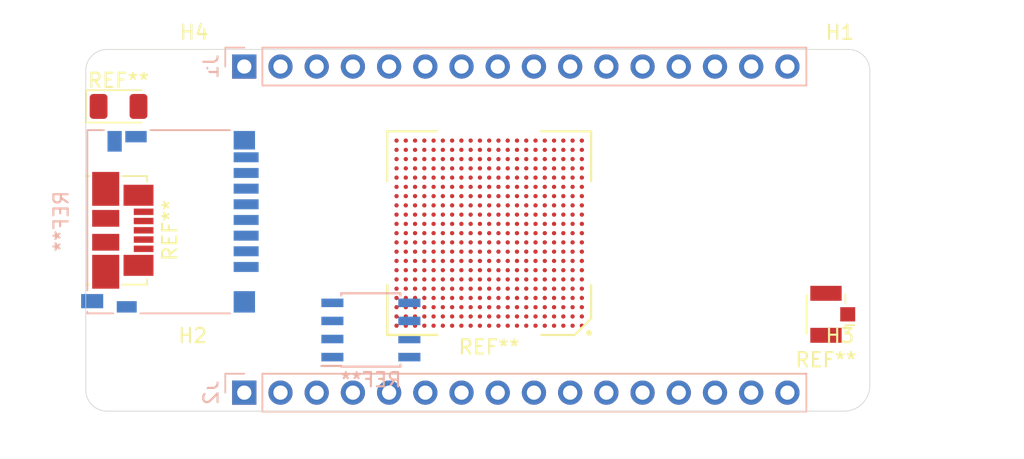
<source format=kicad_pcb>
(kicad_pcb (version 20171130) (host pcbnew 6.0.0-rc1-unknown-r14391-f2ccad39)
  (layers (0 F.Cu signal) (31 B.Cu signal) (34 B.Paste user) (35 F.Paste user) (36 B.SilkS user) (37 F.SilkS user) (38 B.Mask user) (39 F.Mask user) (44 Edge.Cuts user))
  (net 0 "")
  (net 1 "Net-(J1-Pad1)")
  (net 2 "Net-(J1-Pad2)")
  (net 3 "Net-(J1-Pad3)")
  (net 4 "Net-(J1-Pad4)")
  (net 5 "Net-(J1-Pad5)")
  (net 6 "Net-(J1-Pad6)")
  (net 7 "Net-(J1-Pad7)")
  (net 8 "Net-(J1-Pad8)")
  (net 9 "Net-(J1-Pad9)")
  (net 10 "Net-(J1-Pad10)")
  (net 11 "Net-(J1-Pad11)")
  (net 12 "Net-(J1-Pad12)")
  (net 13 "Net-(J1-Pad13)")
  (net 14 "Net-(J1-Pad14)")
  (net 15 "Net-(J1-Pad15)")
  (net 16 "Net-(J1-Pad16)")
  (net 17 "Net-(J2-Pad16)")
  (net 18 "Net-(J2-Pad15)")
  (net 19 "Net-(J2-Pad14)")
  (net 20 "Net-(J2-Pad13)")
  (net 21 "Net-(J2-Pad12)")
  (net 22 "Net-(J2-Pad11)")
  (net 23 "Net-(J2-Pad10)")
  (net 24 "Net-(J2-Pad9)")
  (net 25 "Net-(J2-Pad8)")
  (net 26 "Net-(J2-Pad7)")
  (net 27 "Net-(J2-Pad6)")
  (net 28 "Net-(J2-Pad5)")
  (net 29 "Net-(J2-Pad4)")
  (net 30 "Net-(J2-Pad3)")
  (net 31 "Net-(J2-Pad2)")
  (net 32 "Net-(J2-Pad1)")
  (module Package_BGA:BGA-347_21x21_14.0x14.0mm (layer F.Cu) (at 37.7 22.8 180)
    (fp_text reference REF** (at 0 -8 180) (layer F.SilkS))
    (fp_text value BGA-347_21x21_14.0x14.0mm)
    (pad AA21 smd circle (at 6.5 6.5 180) (size 0.3 0.3) (layers F.Cu F.Paste F.Mask))
    (pad Y21 smd circle (at 6.5 5.85 180) (size 0.3 0.3) (layers F.Cu F.Paste F.Mask))
    (pad W21 smd circle (at 6.5 5.2 180) (size 0.3 0.3) (layers F.Cu F.Paste F.Mask))
    (pad V21 smd circle (at 6.5 4.55 180) (size 0.3 0.3) (layers F.Cu F.Paste F.Mask))
    (pad U21 smd circle (at 6.5 3.9 180) (size 0.3 0.3) (layers F.Cu F.Paste F.Mask))
    (pad T21 smd circle (at 6.5 3.25 180) (size 0.3 0.3) (layers F.Cu F.Paste F.Mask))
    (pad R21 smd circle (at 6.5 2.6 180) (size 0.3 0.3) (layers F.Cu F.Paste F.Mask))
    (pad P21 smd circle (at 6.5 1.95 180) (size 0.3 0.3) (layers F.Cu F.Paste F.Mask))
    (pad N21 smd circle (at 6.5 1.3 180) (size 0.3 0.3) (layers F.Cu F.Paste F.Mask))
    (pad M21 smd circle (at 6.5 0.65 180) (size 0.3 0.3) (layers F.Cu F.Paste F.Mask))
    (pad L21 smd circle (at 6.5 0 180) (size 0.3 0.3) (layers F.Cu F.Paste F.Mask))
    (pad K21 smd circle (at 6.5 -0.65 180) (size 0.3 0.3) (layers F.Cu F.Paste F.Mask))
    (pad J21 smd circle (at 6.5 -1.3 180) (size 0.3 0.3) (layers F.Cu F.Paste F.Mask))
    (pad H21 smd circle (at 6.5 -1.95 180) (size 0.3 0.3) (layers F.Cu F.Paste F.Mask))
    (pad G21 smd circle (at 6.5 -2.6 180) (size 0.3 0.3) (layers F.Cu F.Paste F.Mask))
    (pad F21 smd circle (at 6.5 -3.25 180) (size 0.3 0.3) (layers F.Cu F.Paste F.Mask))
    (pad E21 smd circle (at 6.5 -3.9 180) (size 0.3 0.3) (layers F.Cu F.Paste F.Mask))
    (pad D21 smd circle (at 6.5 -4.55 180) (size 0.3 0.3) (layers F.Cu F.Paste F.Mask))
    (pad C21 smd circle (at 6.5 -5.2 180) (size 0.3 0.3) (layers F.Cu F.Paste F.Mask))
    (pad B21 smd circle (at 6.5 -5.85 180) (size 0.3 0.3) (layers F.Cu F.Paste F.Mask))
    (pad A21 smd circle (at 6.5 -6.5 180) (size 0.3 0.3) (layers F.Cu F.Paste F.Mask))
    (pad AA20 smd circle (at 5.85 6.5 180) (size 0.3 0.3) (layers F.Cu F.Paste F.Mask))
    (pad Y20 smd circle (at 5.85 5.85 180) (size 0.3 0.3) (layers F.Cu F.Paste F.Mask))
    (pad W20 smd circle (at 5.85 5.2 180) (size 0.3 0.3) (layers F.Cu F.Paste F.Mask))
    (pad V20 smd circle (at 5.85 4.55 180) (size 0.3 0.3) (layers F.Cu F.Paste F.Mask))
    (pad U20 smd circle (at 5.85 3.9 180) (size 0.3 0.3) (layers F.Cu F.Paste F.Mask))
    (pad T20 smd circle (at 5.85 3.25 180) (size 0.3 0.3) (layers F.Cu F.Paste F.Mask))
    (pad R20 smd circle (at 5.85 2.6 180) (size 0.3 0.3) (layers F.Cu F.Paste F.Mask))
    (pad P20 smd circle (at 5.85 1.95 180) (size 0.3 0.3) (layers F.Cu F.Paste F.Mask))
    (pad N20 smd circle (at 5.85 1.3 180) (size 0.3 0.3) (layers F.Cu F.Paste F.Mask))
    (pad M20 smd circle (at 5.85 0.65 180) (size 0.3 0.3) (layers F.Cu F.Paste F.Mask))
    (pad L20 smd circle (at 5.85 0 180) (size 0.3 0.3) (layers F.Cu F.Paste F.Mask))
    (pad K20 smd circle (at 5.85 -0.65 180) (size 0.3 0.3) (layers F.Cu F.Paste F.Mask))
    (pad J20 smd circle (at 5.85 -1.3 180) (size 0.3 0.3) (layers F.Cu F.Paste F.Mask))
    (pad H20 smd circle (at 5.85 -1.95 180) (size 0.3 0.3) (layers F.Cu F.Paste F.Mask))
    (pad G20 smd circle (at 5.85 -2.6 180) (size 0.3 0.3) (layers F.Cu F.Paste F.Mask))
    (pad F20 smd circle (at 5.85 -3.25 180) (size 0.3 0.3) (layers F.Cu F.Paste F.Mask))
    (pad E20 smd circle (at 5.85 -3.9 180) (size 0.3 0.3) (layers F.Cu F.Paste F.Mask))
    (pad D20 smd circle (at 5.85 -4.55 180) (size 0.3 0.3) (layers F.Cu F.Paste F.Mask))
    (pad C20 smd circle (at 5.85 -5.2 180) (size 0.3 0.3) (layers F.Cu F.Paste F.Mask))
    (pad B20 smd circle (at 5.85 -5.85 180) (size 0.3 0.3) (layers F.Cu F.Paste F.Mask))
    (pad A20 smd circle (at 5.85 -6.5 180) (size 0.3 0.3) (layers F.Cu F.Paste F.Mask))
    (pad AA19 smd circle (at 5.2 6.5 180) (size 0.3 0.3) (layers F.Cu F.Paste F.Mask))
    (pad Y19 smd circle (at 5.2 5.85 180) (size 0.3 0.3) (layers F.Cu F.Paste F.Mask))
    (pad W19 smd circle (at 5.2 5.2 180) (size 0.3 0.3) (layers F.Cu F.Paste F.Mask))
    (pad V19 smd circle (at 5.2 4.55 180) (size 0.3 0.3) (layers F.Cu F.Paste F.Mask))
    (pad U19 smd circle (at 5.2 3.9 180) (size 0.3 0.3) (layers F.Cu F.Paste F.Mask))
    (pad T19 smd circle (at 5.2 3.25 180) (size 0.3 0.3) (layers F.Cu F.Paste F.Mask))
    (pad R19 smd circle (at 5.2 2.6 180) (size 0.3 0.3) (layers F.Cu F.Paste F.Mask))
    (pad P19 smd circle (at 5.2 1.95 180) (size 0.3 0.3) (layers F.Cu F.Paste F.Mask))
    (pad N19 smd circle (at 5.2 1.3 180) (size 0.3 0.3) (layers F.Cu F.Paste F.Mask))
    (pad M19 smd circle (at 5.2 0.65 180) (size 0.3 0.3) (layers F.Cu F.Paste F.Mask))
    (pad L19 smd circle (at 5.2 0 180) (size 0.3 0.3) (layers F.Cu F.Paste F.Mask))
    (pad K19 smd circle (at 5.2 -0.65 180) (size 0.3 0.3) (layers F.Cu F.Paste F.Mask))
    (pad J19 smd circle (at 5.2 -1.3 180) (size 0.3 0.3) (layers F.Cu F.Paste F.Mask))
    (pad H19 smd circle (at 5.2 -1.95 180) (size 0.3 0.3) (layers F.Cu F.Paste F.Mask))
    (pad G19 smd circle (at 5.2 -2.6 180) (size 0.3 0.3) (layers F.Cu F.Paste F.Mask))
    (pad F19 smd circle (at 5.2 -3.25 180) (size 0.3 0.3) (layers F.Cu F.Paste F.Mask))
    (pad E19 smd circle (at 5.2 -3.9 180) (size 0.3 0.3) (layers F.Cu F.Paste F.Mask))
    (pad D19 smd circle (at 5.2 -4.55 180) (size 0.3 0.3) (layers F.Cu F.Paste F.Mask))
    (pad C19 smd circle (at 5.2 -5.2 180) (size 0.3 0.3) (layers F.Cu F.Paste F.Mask))
    (pad B19 smd circle (at 5.2 -5.85 180) (size 0.3 0.3) (layers F.Cu F.Paste F.Mask))
    (pad A19 smd circle (at 5.2 -6.5 180) (size 0.3 0.3) (layers F.Cu F.Paste F.Mask))
    (pad AA18 smd circle (at 4.55 6.5 180) (size 0.3 0.3) (layers F.Cu F.Paste F.Mask))
    (pad Y18 smd circle (at 4.55 5.85 180) (size 0.3 0.3) (layers F.Cu F.Paste F.Mask))
    (pad W18 smd circle (at 4.55 5.2 180) (size 0.3 0.3) (layers F.Cu F.Paste F.Mask))
    (pad V18 smd circle (at 4.55 4.55 180) (size 0.3 0.3) (layers F.Cu F.Paste F.Mask))
    (pad U18 smd circle (at 4.55 3.9 180) (size 0.3 0.3) (layers F.Cu F.Paste F.Mask))
    (pad T18 smd circle (at 4.55 3.25 180) (size 0.3 0.3) (layers F.Cu F.Paste F.Mask))
    (pad R18 smd circle (at 4.55 2.6 180) (size 0.3 0.3) (layers F.Cu F.Paste F.Mask))
    (pad P18 smd circle (at 4.55 1.95 180) (size 0.3 0.3) (layers F.Cu F.Paste F.Mask))
    (pad N18 smd circle (at 4.55 1.3 180) (size 0.3 0.3) (layers F.Cu F.Paste F.Mask))
    (pad M18 smd circle (at 4.55 0.65 180) (size 0.3 0.3) (layers F.Cu F.Paste F.Mask))
    (pad L18 smd circle (at 4.55 0 180) (size 0.3 0.3) (layers F.Cu F.Paste F.Mask))
    (pad K18 smd circle (at 4.55 -0.65 180) (size 0.3 0.3) (layers F.Cu F.Paste F.Mask))
    (pad J18 smd circle (at 4.55 -1.3 180) (size 0.3 0.3) (layers F.Cu F.Paste F.Mask))
    (pad H18 smd circle (at 4.55 -1.95 180) (size 0.3 0.3) (layers F.Cu F.Paste F.Mask))
    (pad G18 smd circle (at 4.55 -2.6 180) (size 0.3 0.3) (layers F.Cu F.Paste F.Mask))
    (pad F18 smd circle (at 4.55 -3.25 180) (size 0.3 0.3) (layers F.Cu F.Paste F.Mask))
    (pad E18 smd circle (at 4.55 -3.9 180) (size 0.3 0.3) (layers F.Cu F.Paste F.Mask))
    (pad D18 smd circle (at 4.55 -4.55 180) (size 0.3 0.3) (layers F.Cu F.Paste F.Mask))
    (pad C18 smd circle (at 4.55 -5.2 180) (size 0.3 0.3) (layers F.Cu F.Paste F.Mask))
    (pad B18 smd circle (at 4.55 -5.85 180) (size 0.3 0.3) (layers F.Cu F.Paste F.Mask))
    (pad A18 smd circle (at 4.55 -6.5 180) (size 0.3 0.3) (layers F.Cu F.Paste F.Mask))
    (pad AA17 smd circle (at 3.9 6.5 180) (size 0.3 0.3) (layers F.Cu F.Paste F.Mask))
    (pad Y17 smd circle (at 3.9 5.85 180) (size 0.3 0.3) (layers F.Cu F.Paste F.Mask))
    (pad W17 smd circle (at 3.9 5.2 180) (size 0.3 0.3) (layers F.Cu F.Paste F.Mask))
    (pad V17 smd circle (at 3.9 4.55 180) (size 0.3 0.3) (layers F.Cu F.Paste F.Mask))
    (pad U17 smd circle (at 3.9 3.9 180) (size 0.3 0.3) (layers F.Cu F.Paste F.Mask))
    (pad T17 smd circle (at 3.9 3.25 180) (size 0.3 0.3) (layers F.Cu F.Paste F.Mask))
    (pad R17 smd circle (at 3.9 2.6 180) (size 0.3 0.3) (layers F.Cu F.Paste F.Mask))
    (pad P17 smd circle (at 3.9 1.95 180) (size 0.3 0.3) (layers F.Cu F.Paste F.Mask))
    (pad N17 smd circle (at 3.9 1.3 180) (size 0.3 0.3) (layers F.Cu F.Paste F.Mask))
    (pad M17 smd circle (at 3.9 0.65 180) (size 0.3 0.3) (layers F.Cu F.Paste F.Mask))
    (pad L17 smd circle (at 3.9 0 180) (size 0.3 0.3) (layers F.Cu F.Paste F.Mask))
    (pad K17 smd circle (at 3.9 -0.65 180) (size 0.3 0.3) (layers F.Cu F.Paste F.Mask))
    (pad J17 smd circle (at 3.9 -1.3 180) (size 0.3 0.3) (layers F.Cu F.Paste F.Mask))
    (pad H17 smd circle (at 3.9 -1.95 180) (size 0.3 0.3) (layers F.Cu F.Paste F.Mask))
    (pad G17 smd circle (at 3.9 -2.6 180) (size 0.3 0.3) (layers F.Cu F.Paste F.Mask))
    (pad F17 smd circle (at 3.9 -3.25 180) (size 0.3 0.3) (layers F.Cu F.Paste F.Mask))
    (pad E17 smd circle (at 3.9 -3.9 180) (size 0.3 0.3) (layers F.Cu F.Paste F.Mask))
    (pad D17 smd circle (at 3.9 -4.55 180) (size 0.3 0.3) (layers F.Cu F.Paste F.Mask))
    (pad C17 smd circle (at 3.9 -5.2 180) (size 0.3 0.3) (layers F.Cu F.Paste F.Mask))
    (pad B17 smd circle (at 3.9 -5.85 180) (size 0.3 0.3) (layers F.Cu F.Paste F.Mask))
    (pad A17 smd circle (at 3.9 -6.5 180) (size 0.3 0.3) (layers F.Cu F.Paste F.Mask))
    (pad AA16 smd circle (at 3.25 6.5 180) (size 0.3 0.3) (layers F.Cu F.Paste F.Mask))
    (pad Y16 smd circle (at 3.25 5.85 180) (size 0.3 0.3) (layers F.Cu F.Paste F.Mask))
    (pad W16 smd circle (at 3.25 5.2 180) (size 0.3 0.3) (layers F.Cu F.Paste F.Mask))
    (pad V16 smd circle (at 3.25 4.55 180) (size 0.3 0.3) (layers F.Cu F.Paste F.Mask))
    (pad U16 smd circle (at 3.25 3.9 180) (size 0.3 0.3) (layers F.Cu F.Paste F.Mask))
    (pad T16 smd circle (at 3.25 3.25 180) (size 0.3 0.3) (layers F.Cu F.Paste F.Mask))
    (pad R16 smd circle (at 3.25 2.6 180) (size 0.3 0.3) (layers F.Cu F.Paste F.Mask))
    (pad P16 smd circle (at 3.25 1.95 180) (size 0.3 0.3) (layers F.Cu F.Paste F.Mask))
    (pad N16 smd circle (at 3.25 1.3 180) (size 0.3 0.3) (layers F.Cu F.Paste F.Mask))
    (pad M16 smd circle (at 3.25 0.65 180) (size 0.3 0.3) (layers F.Cu F.Paste F.Mask))
    (pad L16 smd circle (at 3.25 0 180) (size 0.3 0.3) (layers F.Cu F.Paste F.Mask))
    (pad K16 smd circle (at 3.25 -0.65 180) (size 0.3 0.3) (layers F.Cu F.Paste F.Mask))
    (pad J16 smd circle (at 3.25 -1.3 180) (size 0.3 0.3) (layers F.Cu F.Paste F.Mask))
    (pad H16 smd circle (at 3.25 -1.95 180) (size 0.3 0.3) (layers F.Cu F.Paste F.Mask))
    (pad G16 smd circle (at 3.25 -2.6 180) (size 0.3 0.3) (layers F.Cu F.Paste F.Mask))
    (pad F16 smd circle (at 3.25 -3.25 180) (size 0.3 0.3) (layers F.Cu F.Paste F.Mask))
    (pad E16 smd circle (at 3.25 -3.9 180) (size 0.3 0.3) (layers F.Cu F.Paste F.Mask))
    (pad D16 smd circle (at 3.25 -4.55 180) (size 0.3 0.3) (layers F.Cu F.Paste F.Mask))
    (pad C16 smd circle (at 3.25 -5.2 180) (size 0.3 0.3) (layers F.Cu F.Paste F.Mask))
    (pad B16 smd circle (at 3.25 -5.85 180) (size 0.3 0.3) (layers F.Cu F.Paste F.Mask))
    (pad A16 smd circle (at 3.25 -6.5 180) (size 0.3 0.3) (layers F.Cu F.Paste F.Mask))
    (pad AA15 smd circle (at 2.6 6.5 180) (size 0.3 0.3) (layers F.Cu F.Paste F.Mask))
    (pad Y15 smd circle (at 2.6 5.85 180) (size 0.3 0.3) (layers F.Cu F.Paste F.Mask))
    (pad W15 smd circle (at 2.6 5.2 180) (size 0.3 0.3) (layers F.Cu F.Paste F.Mask))
    (pad V15 smd circle (at 2.6 4.55 180) (size 0.3 0.3) (layers F.Cu F.Paste F.Mask))
    (pad U15 smd circle (at 2.6 3.9 180) (size 0.3 0.3) (layers F.Cu F.Paste F.Mask))
    (pad T15 smd circle (at 2.6 3.25 180) (size 0.3 0.3) (layers F.Cu F.Paste F.Mask))
    (pad R15 smd circle (at 2.6 2.6 180) (size 0.3 0.3) (layers F.Cu F.Paste F.Mask))
    (pad P15 smd circle (at 2.6 1.95 180) (size 0.3 0.3) (layers F.Cu F.Paste F.Mask))
    (pad N15 smd circle (at 2.6 1.3 180) (size 0.3 0.3) (layers F.Cu F.Paste F.Mask))
    (pad M15 smd circle (at 2.6 0.65 180) (size 0.3 0.3) (layers F.Cu F.Paste F.Mask))
    (pad L15 smd circle (at 2.6 0 180) (size 0.3 0.3) (layers F.Cu F.Paste F.Mask))
    (pad K15 smd circle (at 2.6 -0.65 180) (size 0.3 0.3) (layers F.Cu F.Paste F.Mask))
    (pad J15 smd circle (at 2.6 -1.3 180) (size 0.3 0.3) (layers F.Cu F.Paste F.Mask))
    (pad H15 smd circle (at 2.6 -1.95 180) (size 0.3 0.3) (layers F.Cu F.Paste F.Mask))
    (pad G15 smd circle (at 2.6 -2.6 180) (size 0.3 0.3) (layers F.Cu F.Paste F.Mask))
    (pad F15 smd circle (at 2.6 -3.25 180) (size 0.3 0.3) (layers F.Cu F.Paste F.Mask))
    (pad E15 smd circle (at 2.6 -3.9 180) (size 0.3 0.3) (layers F.Cu F.Paste F.Mask))
    (pad D15 smd circle (at 2.6 -4.55 180) (size 0.3 0.3) (layers F.Cu F.Paste F.Mask))
    (pad C15 smd circle (at 2.6 -5.2 180) (size 0.3 0.3) (layers F.Cu F.Paste F.Mask))
    (pad B15 smd circle (at 2.6 -5.85 180) (size 0.3 0.3) (layers F.Cu F.Paste F.Mask))
    (pad A15 smd circle (at 2.6 -6.5 180) (size 0.3 0.3) (layers F.Cu F.Paste F.Mask))
    (pad AA14 smd circle (at 1.95 6.5 180) (size 0.3 0.3) (layers F.Cu F.Paste F.Mask))
    (pad Y14 smd circle (at 1.95 5.85 180) (size 0.3 0.3) (layers F.Cu F.Paste F.Mask))
    (pad W14 smd circle (at 1.95 5.2 180) (size 0.3 0.3) (layers F.Cu F.Paste F.Mask))
    (pad V14 smd circle (at 1.95 4.55 180) (size 0.3 0.3) (layers F.Cu F.Paste F.Mask))
    (pad U14 smd circle (at 1.95 3.9 180) (size 0.3 0.3) (layers F.Cu F.Paste F.Mask))
    (pad T14 smd circle (at 1.95 3.25 180) (size 0.3 0.3) (layers F.Cu F.Paste F.Mask))
    (pad R14 smd circle (at 1.95 2.6 180) (size 0.3 0.3) (layers F.Cu F.Paste F.Mask))
    (pad P14 smd circle (at 1.95 1.95 180) (size 0.3 0.3) (layers F.Cu F.Paste F.Mask))
    (pad N14 smd circle (at 1.95 1.3 180) (size 0.3 0.3) (layers F.Cu F.Paste F.Mask))
    (pad M14 smd circle (at 1.95 0.65 180) (size 0.3 0.3) (layers F.Cu F.Paste F.Mask))
    (pad L14 smd circle (at 1.95 0 180) (size 0.3 0.3) (layers F.Cu F.Paste F.Mask))
    (pad K14 smd circle (at 1.95 -0.65 180) (size 0.3 0.3) (layers F.Cu F.Paste F.Mask))
    (pad J14 smd circle (at 1.95 -1.3 180) (size 0.3 0.3) (layers F.Cu F.Paste F.Mask))
    (pad H14 smd circle (at 1.95 -1.95 180) (size 0.3 0.3) (layers F.Cu F.Paste F.Mask))
    (pad G14 smd circle (at 1.95 -2.6 180) (size 0.3 0.3) (layers F.Cu F.Paste F.Mask))
    (pad F14 smd circle (at 1.95 -3.25 180) (size 0.3 0.3) (layers F.Cu F.Paste F.Mask))
    (pad E14 smd circle (at 1.95 -3.9 180) (size 0.3 0.3) (layers F.Cu F.Paste F.Mask))
    (pad D14 smd circle (at 1.95 -4.55 180) (size 0.3 0.3) (layers F.Cu F.Paste F.Mask))
    (pad C14 smd circle (at 1.95 -5.2 180) (size 0.3 0.3) (layers F.Cu F.Paste F.Mask))
    (pad B14 smd circle (at 1.95 -5.85 180) (size 0.3 0.3) (layers F.Cu F.Paste F.Mask))
    (pad A14 smd circle (at 1.95 -6.5 180) (size 0.3 0.3) (layers F.Cu F.Paste F.Mask))
    (pad AA13 smd circle (at 1.3 6.5 180) (size 0.3 0.3) (layers F.Cu F.Paste F.Mask))
    (pad Y13 smd circle (at 1.3 5.85 180) (size 0.3 0.3) (layers F.Cu F.Paste F.Mask))
    (pad W13 smd circle (at 1.3 5.2 180) (size 0.3 0.3) (layers F.Cu F.Paste F.Mask))
    (pad V13 smd circle (at 1.3 4.55 180) (size 0.3 0.3) (layers F.Cu F.Paste F.Mask))
    (pad U13 smd circle (at 1.3 3.9 180) (size 0.3 0.3) (layers F.Cu F.Paste F.Mask))
    (pad T13 smd circle (at 1.3 3.25 180) (size 0.3 0.3) (layers F.Cu F.Paste F.Mask))
    (pad R13 smd circle (at 1.3 2.6 180) (size 0.3 0.3) (layers F.Cu F.Paste F.Mask))
    (pad P13 smd circle (at 1.3 1.95 180) (size 0.3 0.3) (layers F.Cu F.Paste F.Mask))
    (pad N13 smd circle (at 1.3 1.3 180) (size 0.3 0.3) (layers F.Cu F.Paste F.Mask))
    (pad M13 smd circle (at 1.3 0.65 180) (size 0.3 0.3) (layers F.Cu F.Paste F.Mask))
    (pad L13 smd circle (at 1.3 0 180) (size 0.3 0.3) (layers F.Cu F.Paste F.Mask))
    (pad K13 smd circle (at 1.3 -0.65 180) (size 0.3 0.3) (layers F.Cu F.Paste F.Mask))
    (pad J13 smd circle (at 1.3 -1.3 180) (size 0.3 0.3) (layers F.Cu F.Paste F.Mask))
    (pad H13 smd circle (at 1.3 -1.95 180) (size 0.3 0.3) (layers F.Cu F.Paste F.Mask))
    (pad G13 smd circle (at 1.3 -2.6 180) (size 0.3 0.3) (layers F.Cu F.Paste F.Mask))
    (pad F13 smd circle (at 1.3 -3.25 180) (size 0.3 0.3) (layers F.Cu F.Paste F.Mask))
    (pad E13 smd circle (at 1.3 -3.9 180) (size 0.3 0.3) (layers F.Cu F.Paste F.Mask))
    (pad D13 smd circle (at 1.3 -4.55 180) (size 0.3 0.3) (layers F.Cu F.Paste F.Mask))
    (pad C13 smd circle (at 1.3 -5.2 180) (size 0.3 0.3) (layers F.Cu F.Paste F.Mask))
    (pad B13 smd circle (at 1.3 -5.85 180) (size 0.3 0.3) (layers F.Cu F.Paste F.Mask))
    (pad A13 smd circle (at 1.3 -6.5 180) (size 0.3 0.3) (layers F.Cu F.Paste F.Mask))
    (pad AA12 smd circle (at 0.65 6.5 180) (size 0.3 0.3) (layers F.Cu F.Paste F.Mask))
    (pad Y12 smd circle (at 0.65 5.85 180) (size 0.3 0.3) (layers F.Cu F.Paste F.Mask))
    (pad W12 smd circle (at 0.65 5.2 180) (size 0.3 0.3) (layers F.Cu F.Paste F.Mask))
    (pad V12 smd circle (at 0.65 4.55 180) (size 0.3 0.3) (layers F.Cu F.Paste F.Mask))
    (pad U12 smd circle (at 0.65 3.9 180) (size 0.3 0.3) (layers F.Cu F.Paste F.Mask))
    (pad T12 smd circle (at 0.65 3.25 180) (size 0.3 0.3) (layers F.Cu F.Paste F.Mask))
    (pad R12 smd circle (at 0.65 2.6 180) (size 0.3 0.3) (layers F.Cu F.Paste F.Mask))
    (pad P12 smd circle (at 0.65 1.95 180) (size 0.3 0.3) (layers F.Cu F.Paste F.Mask))
    (pad N12 smd circle (at 0.65 1.3 180) (size 0.3 0.3) (layers F.Cu F.Paste F.Mask))
    (pad M12 smd circle (at 0.65 0.65 180) (size 0.3 0.3) (layers F.Cu F.Paste F.Mask))
    (pad L12 smd circle (at 0.65 0 180) (size 0.3 0.3) (layers F.Cu F.Paste F.Mask))
    (pad K12 smd circle (at 0.65 -0.65 180) (size 0.3 0.3) (layers F.Cu F.Paste F.Mask))
    (pad J12 smd circle (at 0.65 -1.3 180) (size 0.3 0.3) (layers F.Cu F.Paste F.Mask))
    (pad H12 smd circle (at 0.65 -1.95 180) (size 0.3 0.3) (layers F.Cu F.Paste F.Mask))
    (pad G12 smd circle (at 0.65 -2.6 180) (size 0.3 0.3) (layers F.Cu F.Paste F.Mask))
    (pad F12 smd circle (at 0.65 -3.25 180) (size 0.3 0.3) (layers F.Cu F.Paste F.Mask))
    (pad E12 smd circle (at 0.65 -3.9 180) (size 0.3 0.3) (layers F.Cu F.Paste F.Mask))
    (pad D12 smd circle (at 0.65 -4.55 180) (size 0.3 0.3) (layers F.Cu F.Paste F.Mask))
    (pad C12 smd circle (at 0.65 -5.2 180) (size 0.3 0.3) (layers F.Cu F.Paste F.Mask))
    (pad B12 smd circle (at 0.65 -5.85 180) (size 0.3 0.3) (layers F.Cu F.Paste F.Mask))
    (pad A12 smd circle (at 0.65 -6.5 180) (size 0.3 0.3) (layers F.Cu F.Paste F.Mask))
    (pad AA11 smd circle (at 0 6.5 180) (size 0.3 0.3) (layers F.Cu F.Paste F.Mask))
    (pad Y11 smd circle (at 0 5.85 180) (size 0.3 0.3) (layers F.Cu F.Paste F.Mask))
    (pad W11 smd circle (at 0 5.2 180) (size 0.3 0.3) (layers F.Cu F.Paste F.Mask))
    (pad V11 smd circle (at 0 4.55 180) (size 0.3 0.3) (layers F.Cu F.Paste F.Mask))
    (pad U11 smd circle (at 0 3.9 180) (size 0.3 0.3) (layers F.Cu F.Paste F.Mask))
    (pad T11 smd circle (at 0 3.25 180) (size 0.3 0.3) (layers F.Cu F.Paste F.Mask))
    (pad R11 smd circle (at 0 2.6 180) (size 0.3 0.3) (layers F.Cu F.Paste F.Mask))
    (pad P11 smd circle (at 0 1.95 180) (size 0.3 0.3) (layers F.Cu F.Paste F.Mask))
    (pad N11 smd circle (at 0 1.3 180) (size 0.3 0.3) (layers F.Cu F.Paste F.Mask))
    (pad M11 smd circle (at 0 0.65 180) (size 0.3 0.3) (layers F.Cu F.Paste F.Mask))
    (pad L11 smd circle (at 0 0 180) (size 0.3 0.3) (layers F.Cu F.Paste F.Mask))
    (pad K11 smd circle (at 0 -0.65 180) (size 0.3 0.3) (layers F.Cu F.Paste F.Mask))
    (pad J11 smd circle (at 0 -1.3 180) (size 0.3 0.3) (layers F.Cu F.Paste F.Mask))
    (pad H11 smd circle (at 0 -1.95 180) (size 0.3 0.3) (layers F.Cu F.Paste F.Mask))
    (pad G11 smd circle (at 0 -2.6 180) (size 0.3 0.3) (layers F.Cu F.Paste F.Mask))
    (pad F11 smd circle (at 0 -3.25 180) (size 0.3 0.3) (layers F.Cu F.Paste F.Mask))
    (pad E11 smd circle (at 0 -3.9 180) (size 0.3 0.3) (layers F.Cu F.Paste F.Mask))
    (pad D11 smd circle (at 0 -4.55 180) (size 0.3 0.3) (layers F.Cu F.Paste F.Mask))
    (pad C11 smd circle (at 0 -5.2 180) (size 0.3 0.3) (layers F.Cu F.Paste F.Mask))
    (pad B11 smd circle (at 0 -5.85 180) (size 0.3 0.3) (layers F.Cu F.Paste F.Mask))
    (pad A11 smd circle (at 0 -6.5 180) (size 0.3 0.3) (layers F.Cu F.Paste F.Mask))
    (pad AA10 smd circle (at -0.65 6.5 180) (size 0.3 0.3) (layers F.Cu F.Paste F.Mask))
    (pad Y10 smd circle (at -0.65 5.85 180) (size 0.3 0.3) (layers F.Cu F.Paste F.Mask))
    (pad W10 smd circle (at -0.65 5.2 180) (size 0.3 0.3) (layers F.Cu F.Paste F.Mask))
    (pad V10 smd circle (at -0.65 4.55 180) (size 0.3 0.3) (layers F.Cu F.Paste F.Mask))
    (pad U10 smd circle (at -0.65 3.9 180) (size 0.3 0.3) (layers F.Cu F.Paste F.Mask))
    (pad T10 smd circle (at -0.65 3.25 180) (size 0.3 0.3) (layers F.Cu F.Paste F.Mask))
    (pad R10 smd circle (at -0.65 2.6 180) (size 0.3 0.3) (layers F.Cu F.Paste F.Mask))
    (pad P10 smd circle (at -0.65 1.95 180) (size 0.3 0.3) (layers F.Cu F.Paste F.Mask))
    (pad N10 smd circle (at -0.65 1.3 180) (size 0.3 0.3) (layers F.Cu F.Paste F.Mask))
    (pad M10 smd circle (at -0.65 0.65 180) (size 0.3 0.3) (layers F.Cu F.Paste F.Mask))
    (pad L10 smd circle (at -0.65 0 180) (size 0.3 0.3) (layers F.Cu F.Paste F.Mask))
    (pad K10 smd circle (at -0.65 -0.65 180) (size 0.3 0.3) (layers F.Cu F.Paste F.Mask))
    (pad J10 smd circle (at -0.65 -1.3 180) (size 0.3 0.3) (layers F.Cu F.Paste F.Mask))
    (pad H10 smd circle (at -0.65 -1.95 180) (size 0.3 0.3) (layers F.Cu F.Paste F.Mask))
    (pad G10 smd circle (at -0.65 -2.6 180) (size 0.3 0.3) (layers F.Cu F.Paste F.Mask))
    (pad F10 smd circle (at -0.65 -3.25 180) (size 0.3 0.3) (layers F.Cu F.Paste F.Mask))
    (pad E10 smd circle (at -0.65 -3.9 180) (size 0.3 0.3) (layers F.Cu F.Paste F.Mask))
    (pad D10 smd circle (at -0.65 -4.55 180) (size 0.3 0.3) (layers F.Cu F.Paste F.Mask))
    (pad C10 smd circle (at -0.65 -5.2 180) (size 0.3 0.3) (layers F.Cu F.Paste F.Mask))
    (pad B10 smd circle (at -0.65 -5.85 180) (size 0.3 0.3) (layers F.Cu F.Paste F.Mask))
    (pad A10 smd circle (at -0.65 -6.5 180) (size 0.3 0.3) (layers F.Cu F.Paste F.Mask))
    (pad AA9 smd circle (at -1.3 6.5 180) (size 0.3 0.3) (layers F.Cu F.Paste F.Mask))
    (pad Y9 smd circle (at -1.3 5.85 180) (size 0.3 0.3) (layers F.Cu F.Paste F.Mask))
    (pad W9 smd circle (at -1.3 5.2 180) (size 0.3 0.3) (layers F.Cu F.Paste F.Mask))
    (pad V9 smd circle (at -1.3 4.55 180) (size 0.3 0.3) (layers F.Cu F.Paste F.Mask))
    (pad U9 smd circle (at -1.3 3.9 180) (size 0.3 0.3) (layers F.Cu F.Paste F.Mask))
    (pad T9 smd circle (at -1.3 3.25 180) (size 0.3 0.3) (layers F.Cu F.Paste F.Mask))
    (pad R9 smd circle (at -1.3 2.6 180) (size 0.3 0.3) (layers F.Cu F.Paste F.Mask))
    (pad P9 smd circle (at -1.3 1.95 180) (size 0.3 0.3) (layers F.Cu F.Paste F.Mask))
    (pad N9 smd circle (at -1.3 1.3 180) (size 0.3 0.3) (layers F.Cu F.Paste F.Mask))
    (pad M9 smd circle (at -1.3 0.65 180) (size 0.3 0.3) (layers F.Cu F.Paste F.Mask))
    (pad L9 smd circle (at -1.3 0 180) (size 0.3 0.3) (layers F.Cu F.Paste F.Mask))
    (pad K9 smd circle (at -1.3 -0.65 180) (size 0.3 0.3) (layers F.Cu F.Paste F.Mask))
    (pad J9 smd circle (at -1.3 -1.3 180) (size 0.3 0.3) (layers F.Cu F.Paste F.Mask))
    (pad H9 smd circle (at -1.3 -1.95 180) (size 0.3 0.3) (layers F.Cu F.Paste F.Mask))
    (pad G9 smd circle (at -1.3 -2.6 180) (size 0.3 0.3) (layers F.Cu F.Paste F.Mask))
    (pad F9 smd circle (at -1.3 -3.25 180) (size 0.3 0.3) (layers F.Cu F.Paste F.Mask))
    (pad E9 smd circle (at -1.3 -3.9 180) (size 0.3 0.3) (layers F.Cu F.Paste F.Mask))
    (pad D9 smd circle (at -1.3 -4.55 180) (size 0.3 0.3) (layers F.Cu F.Paste F.Mask))
    (pad C9 smd circle (at -1.3 -5.2 180) (size 0.3 0.3) (layers F.Cu F.Paste F.Mask))
    (pad B9 smd circle (at -1.3 -5.85 180) (size 0.3 0.3) (layers F.Cu F.Paste F.Mask))
    (pad A9 smd circle (at -1.3 -6.5 180) (size 0.3 0.3) (layers F.Cu F.Paste F.Mask))
    (pad AA8 smd circle (at -1.95 6.5 180) (size 0.3 0.3) (layers F.Cu F.Paste F.Mask))
    (pad Y8 smd circle (at -1.95 5.85 180) (size 0.3 0.3) (layers F.Cu F.Paste F.Mask))
    (pad W8 smd circle (at -1.95 5.2 180) (size 0.3 0.3) (layers F.Cu F.Paste F.Mask))
    (pad V8 smd circle (at -1.95 4.55 180) (size 0.3 0.3) (layers F.Cu F.Paste F.Mask))
    (pad U8 smd circle (at -1.95 3.9 180) (size 0.3 0.3) (layers F.Cu F.Paste F.Mask))
    (pad T8 smd circle (at -1.95 3.25 180) (size 0.3 0.3) (layers F.Cu F.Paste F.Mask))
    (pad R8 smd circle (at -1.95 2.6 180) (size 0.3 0.3) (layers F.Cu F.Paste F.Mask))
    (pad P8 smd circle (at -1.95 1.95 180) (size 0.3 0.3) (layers F.Cu F.Paste F.Mask))
    (pad N8 smd circle (at -1.95 1.3 180) (size 0.3 0.3) (layers F.Cu F.Paste F.Mask))
    (pad M8 smd circle (at -1.95 0.65 180) (size 0.3 0.3) (layers F.Cu F.Paste F.Mask))
    (pad L8 smd circle (at -1.95 0 180) (size 0.3 0.3) (layers F.Cu F.Paste F.Mask))
    (pad K8 smd circle (at -1.95 -0.65 180) (size 0.3 0.3) (layers F.Cu F.Paste F.Mask))
    (pad J8 smd circle (at -1.95 -1.3 180) (size 0.3 0.3) (layers F.Cu F.Paste F.Mask))
    (pad H8 smd circle (at -1.95 -1.95 180) (size 0.3 0.3) (layers F.Cu F.Paste F.Mask))
    (pad G8 smd circle (at -1.95 -2.6 180) (size 0.3 0.3) (layers F.Cu F.Paste F.Mask))
    (pad F8 smd circle (at -1.95 -3.25 180) (size 0.3 0.3) (layers F.Cu F.Paste F.Mask))
    (pad E8 smd circle (at -1.95 -3.9 180) (size 0.3 0.3) (layers F.Cu F.Paste F.Mask))
    (pad D8 smd circle (at -1.95 -4.55 180) (size 0.3 0.3) (layers F.Cu F.Paste F.Mask))
    (pad C8 smd circle (at -1.95 -5.2 180) (size 0.3 0.3) (layers F.Cu F.Paste F.Mask))
    (pad B8 smd circle (at -1.95 -5.85 180) (size 0.3 0.3) (layers F.Cu F.Paste F.Mask))
    (pad A8 smd circle (at -1.95 -6.5 180) (size 0.3 0.3) (layers F.Cu F.Paste F.Mask))
    (pad AA7 smd circle (at -2.6 6.5 180) (size 0.3 0.3) (layers F.Cu F.Paste F.Mask))
    (pad Y7 smd circle (at -2.6 5.85 180) (size 0.3 0.3) (layers F.Cu F.Paste F.Mask))
    (pad W7 smd circle (at -2.6 5.2 180) (size 0.3 0.3) (layers F.Cu F.Paste F.Mask))
    (pad V7 smd circle (at -2.6 4.55 180) (size 0.3 0.3) (layers F.Cu F.Paste F.Mask))
    (pad U7 smd circle (at -2.6 3.9 180) (size 0.3 0.3) (layers F.Cu F.Paste F.Mask))
    (pad T7 smd circle (at -2.6 3.25 180) (size 0.3 0.3) (layers F.Cu F.Paste F.Mask))
    (pad R7 smd circle (at -2.6 2.6 180) (size 0.3 0.3) (layers F.Cu F.Paste F.Mask))
    (pad P7 smd circle (at -2.6 1.95 180) (size 0.3 0.3) (layers F.Cu F.Paste F.Mask))
    (pad N7 smd circle (at -2.6 1.3 180) (size 0.3 0.3) (layers F.Cu F.Paste F.Mask))
    (pad M7 smd circle (at -2.6 0.65 180) (size 0.3 0.3) (layers F.Cu F.Paste F.Mask))
    (pad L7 smd circle (at -2.6 0 180) (size 0.3 0.3) (layers F.Cu F.Paste F.Mask))
    (pad K7 smd circle (at -2.6 -0.65 180) (size 0.3 0.3) (layers F.Cu F.Paste F.Mask))
    (pad J7 smd circle (at -2.6 -1.3 180) (size 0.3 0.3) (layers F.Cu F.Paste F.Mask))
    (pad H7 smd circle (at -2.6 -1.95 180) (size 0.3 0.3) (layers F.Cu F.Paste F.Mask))
    (pad G7 smd circle (at -2.6 -2.6 180) (size 0.3 0.3) (layers F.Cu F.Paste F.Mask))
    (pad F7 smd circle (at -2.6 -3.25 180) (size 0.3 0.3) (layers F.Cu F.Paste F.Mask))
    (pad E7 smd circle (at -2.6 -3.9 180) (size 0.3 0.3) (layers F.Cu F.Paste F.Mask))
    (pad D7 smd circle (at -2.6 -4.55 180) (size 0.3 0.3) (layers F.Cu F.Paste F.Mask))
    (pad C7 smd circle (at -2.6 -5.2 180) (size 0.3 0.3) (layers F.Cu F.Paste F.Mask))
    (pad B7 smd circle (at -2.6 -5.85 180) (size 0.3 0.3) (layers F.Cu F.Paste F.Mask))
    (pad A7 smd circle (at -2.6 -6.5 180) (size 0.3 0.3) (layers F.Cu F.Paste F.Mask))
    (pad AA6 smd circle (at -3.25 6.5 180) (size 0.3 0.3) (layers F.Cu F.Paste F.Mask))
    (pad Y6 smd circle (at -3.25 5.85 180) (size 0.3 0.3) (layers F.Cu F.Paste F.Mask))
    (pad W6 smd circle (at -3.25 5.2 180) (size 0.3 0.3) (layers F.Cu F.Paste F.Mask))
    (pad V6 smd circle (at -3.25 4.55 180) (size 0.3 0.3) (layers F.Cu F.Paste F.Mask))
    (pad U6 smd circle (at -3.25 3.9 180) (size 0.3 0.3) (layers F.Cu F.Paste F.Mask))
    (pad T6 smd circle (at -3.25 3.25 180) (size 0.3 0.3) (layers F.Cu F.Paste F.Mask))
    (pad R6 smd circle (at -3.25 2.6 180) (size 0.3 0.3) (layers F.Cu F.Paste F.Mask))
    (pad P6 smd circle (at -3.25 1.95 180) (size 0.3 0.3) (layers F.Cu F.Paste F.Mask))
    (pad N6 smd circle (at -3.25 1.3 180) (size 0.3 0.3) (layers F.Cu F.Paste F.Mask))
    (pad M6 smd circle (at -3.25 0.65 180) (size 0.3 0.3) (layers F.Cu F.Paste F.Mask))
    (pad L6 smd circle (at -3.25 0 180) (size 0.3 0.3) (layers F.Cu F.Paste F.Mask))
    (pad K6 smd circle (at -3.25 -0.65 180) (size 0.3 0.3) (layers F.Cu F.Paste F.Mask))
    (pad J6 smd circle (at -3.25 -1.3 180) (size 0.3 0.3) (layers F.Cu F.Paste F.Mask))
    (pad H6 smd circle (at -3.25 -1.95 180) (size 0.3 0.3) (layers F.Cu F.Paste F.Mask))
    (pad G6 smd circle (at -3.25 -2.6 180) (size 0.3 0.3) (layers F.Cu F.Paste F.Mask))
    (pad F6 smd circle (at -3.25 -3.25 180) (size 0.3 0.3) (layers F.Cu F.Paste F.Mask))
    (pad E6 smd circle (at -3.25 -3.9 180) (size 0.3 0.3) (layers F.Cu F.Paste F.Mask))
    (pad D6 smd circle (at -3.25 -4.55 180) (size 0.3 0.3) (layers F.Cu F.Paste F.Mask))
    (pad C6 smd circle (at -3.25 -5.2 180) (size 0.3 0.3) (layers F.Cu F.Paste F.Mask))
    (pad B6 smd circle (at -3.25 -5.85 180) (size 0.3 0.3) (layers F.Cu F.Paste F.Mask))
    (pad A6 smd circle (at -3.25 -6.5 180) (size 0.3 0.3) (layers F.Cu F.Paste F.Mask))
    (pad AA5 smd circle (at -3.9 6.5 180) (size 0.3 0.3) (layers F.Cu F.Paste F.Mask))
    (pad Y5 smd circle (at -3.9 5.85 180) (size 0.3 0.3) (layers F.Cu F.Paste F.Mask))
    (pad W5 smd circle (at -3.9 5.2 180) (size 0.3 0.3) (layers F.Cu F.Paste F.Mask))
    (pad V5 smd circle (at -3.9 4.55 180) (size 0.3 0.3) (layers F.Cu F.Paste F.Mask))
    (pad U5 smd circle (at -3.9 3.9 180) (size 0.3 0.3) (layers F.Cu F.Paste F.Mask))
    (pad T5 smd circle (at -3.9 3.25 180) (size 0.3 0.3) (layers F.Cu F.Paste F.Mask))
    (pad R5 smd circle (at -3.9 2.6 180) (size 0.3 0.3) (layers F.Cu F.Paste F.Mask))
    (pad P5 smd circle (at -3.9 1.95 180) (size 0.3 0.3) (layers F.Cu F.Paste F.Mask))
    (pad N5 smd circle (at -3.9 1.3 180) (size 0.3 0.3) (layers F.Cu F.Paste F.Mask))
    (pad M5 smd circle (at -3.9 0.65 180) (size 0.3 0.3) (layers F.Cu F.Paste F.Mask))
    (pad L5 smd circle (at -3.9 0 180) (size 0.3 0.3) (layers F.Cu F.Paste F.Mask))
    (pad K5 smd circle (at -3.9 -0.65 180) (size 0.3 0.3) (layers F.Cu F.Paste F.Mask))
    (pad J5 smd circle (at -3.9 -1.3 180) (size 0.3 0.3) (layers F.Cu F.Paste F.Mask))
    (pad H5 smd circle (at -3.9 -1.95 180) (size 0.3 0.3) (layers F.Cu F.Paste F.Mask))
    (pad G5 smd circle (at -3.9 -2.6 180) (size 0.3 0.3) (layers F.Cu F.Paste F.Mask))
    (pad F5 smd circle (at -3.9 -3.25 180) (size 0.3 0.3) (layers F.Cu F.Paste F.Mask))
    (pad E5 smd circle (at -3.9 -3.9 180) (size 0.3 0.3) (layers F.Cu F.Paste F.Mask))
    (pad D5 smd circle (at -3.9 -4.55 180) (size 0.3 0.3) (layers F.Cu F.Paste F.Mask))
    (pad C5 smd circle (at -3.9 -5.2 180) (size 0.3 0.3) (layers F.Cu F.Paste F.Mask))
    (pad B5 smd circle (at -3.9 -5.85 180) (size 0.3 0.3) (layers F.Cu F.Paste F.Mask))
    (pad A5 smd circle (at -3.9 -6.5 180) (size 0.3 0.3) (layers F.Cu F.Paste F.Mask))
    (pad AA4 smd circle (at -4.55 6.5 180) (size 0.3 0.3) (layers F.Cu F.Paste F.Mask))
    (pad Y4 smd circle (at -4.55 5.85 180) (size 0.3 0.3) (layers F.Cu F.Paste F.Mask))
    (pad W4 smd circle (at -4.55 5.2 180) (size 0.3 0.3) (layers F.Cu F.Paste F.Mask))
    (pad V4 smd circle (at -4.55 4.55 180) (size 0.3 0.3) (layers F.Cu F.Paste F.Mask))
    (pad U4 smd circle (at -4.55 3.9 180) (size 0.3 0.3) (layers F.Cu F.Paste F.Mask))
    (pad T4 smd circle (at -4.55 3.25 180) (size 0.3 0.3) (layers F.Cu F.Paste F.Mask))
    (pad R4 smd circle (at -4.55 2.6 180) (size 0.3 0.3) (layers F.Cu F.Paste F.Mask))
    (pad P4 smd circle (at -4.55 1.95 180) (size 0.3 0.3) (layers F.Cu F.Paste F.Mask))
    (pad N4 smd circle (at -4.55 1.3 180) (size 0.3 0.3) (layers F.Cu F.Paste F.Mask))
    (pad M4 smd circle (at -4.55 0.65 180) (size 0.3 0.3) (layers F.Cu F.Paste F.Mask))
    (pad L4 smd circle (at -4.55 0 180) (size 0.3 0.3) (layers F.Cu F.Paste F.Mask))
    (pad K4 smd circle (at -4.55 -0.65 180) (size 0.3 0.3) (layers F.Cu F.Paste F.Mask))
    (pad J4 smd circle (at -4.55 -1.3 180) (size 0.3 0.3) (layers F.Cu F.Paste F.Mask))
    (pad H4 smd circle (at -4.55 -1.95 180) (size 0.3 0.3) (layers F.Cu F.Paste F.Mask))
    (pad G4 smd circle (at -4.55 -2.6 180) (size 0.3 0.3) (layers F.Cu F.Paste F.Mask))
    (pad F4 smd circle (at -4.55 -3.25 180) (size 0.3 0.3) (layers F.Cu F.Paste F.Mask))
    (pad E4 smd circle (at -4.55 -3.9 180) (size 0.3 0.3) (layers F.Cu F.Paste F.Mask))
    (pad D4 smd circle (at -4.55 -4.55 180) (size 0.3 0.3) (layers F.Cu F.Paste F.Mask))
    (pad C4 smd circle (at -4.55 -5.2 180) (size 0.3 0.3) (layers F.Cu F.Paste F.Mask))
    (pad B4 smd circle (at -4.55 -5.85 180) (size 0.3 0.3) (layers F.Cu F.Paste F.Mask))
    (pad A4 smd circle (at -4.55 -6.5 180) (size 0.3 0.3) (layers F.Cu F.Paste F.Mask))
    (pad AA3 smd circle (at -5.2 6.5 180) (size 0.3 0.3) (layers F.Cu F.Paste F.Mask))
    (pad Y3 smd circle (at -5.2 5.85 180) (size 0.3 0.3) (layers F.Cu F.Paste F.Mask))
    (pad W3 smd circle (at -5.2 5.2 180) (size 0.3 0.3) (layers F.Cu F.Paste F.Mask))
    (pad V3 smd circle (at -5.2 4.55 180) (size 0.3 0.3) (layers F.Cu F.Paste F.Mask))
    (pad U3 smd circle (at -5.2 3.9 180) (size 0.3 0.3) (layers F.Cu F.Paste F.Mask))
    (pad T3 smd circle (at -5.2 3.25 180) (size 0.3 0.3) (layers F.Cu F.Paste F.Mask))
    (pad R3 smd circle (at -5.2 2.6 180) (size 0.3 0.3) (layers F.Cu F.Paste F.Mask))
    (pad P3 smd circle (at -5.2 1.95 180) (size 0.3 0.3) (layers F.Cu F.Paste F.Mask))
    (pad N3 smd circle (at -5.2 1.3 180) (size 0.3 0.3) (layers F.Cu F.Paste F.Mask))
    (pad M3 smd circle (at -5.2 0.65 180) (size 0.3 0.3) (layers F.Cu F.Paste F.Mask))
    (pad L3 smd circle (at -5.2 0 180) (size 0.3 0.3) (layers F.Cu F.Paste F.Mask))
    (pad K3 smd circle (at -5.2 -0.65 180) (size 0.3 0.3) (layers F.Cu F.Paste F.Mask))
    (pad J3 smd circle (at -5.2 -1.3 180) (size 0.3 0.3) (layers F.Cu F.Paste F.Mask))
    (pad H3 smd circle (at -5.2 -1.95 180) (size 0.3 0.3) (layers F.Cu F.Paste F.Mask))
    (pad G3 smd circle (at -5.2 -2.6 180) (size 0.3 0.3) (layers F.Cu F.Paste F.Mask))
    (pad F3 smd circle (at -5.2 -3.25 180) (size 0.3 0.3) (layers F.Cu F.Paste F.Mask))
    (pad E3 smd circle (at -5.2 -3.9 180) (size 0.3 0.3) (layers F.Cu F.Paste F.Mask))
    (pad D3 smd circle (at -5.2 -4.55 180) (size 0.3 0.3) (layers F.Cu F.Paste F.Mask))
    (pad C3 smd circle (at -5.2 -5.2 180) (size 0.3 0.3) (layers F.Cu F.Paste F.Mask))
    (pad B3 smd circle (at -5.2 -5.85 180) (size 0.3 0.3) (layers F.Cu F.Paste F.Mask))
    (pad A3 smd circle (at -5.2 -6.5 180) (size 0.3 0.3) (layers F.Cu F.Paste F.Mask))
    (pad AA2 smd circle (at -5.85 6.5 180) (size 0.3 0.3) (layers F.Cu F.Paste F.Mask))
    (pad Y2 smd circle (at -5.85 5.85 180) (size 0.3 0.3) (layers F.Cu F.Paste F.Mask))
    (pad W2 smd circle (at -5.85 5.2 180) (size 0.3 0.3) (layers F.Cu F.Paste F.Mask))
    (pad V2 smd circle (at -5.85 4.55 180) (size 0.3 0.3) (layers F.Cu F.Paste F.Mask))
    (pad U2 smd circle (at -5.85 3.9 180) (size 0.3 0.3) (layers F.Cu F.Paste F.Mask))
    (pad T2 smd circle (at -5.85 3.25 180) (size 0.3 0.3) (layers F.Cu F.Paste F.Mask))
    (pad R2 smd circle (at -5.85 2.6 180) (size 0.3 0.3) (layers F.Cu F.Paste F.Mask))
    (pad P2 smd circle (at -5.85 1.95 180) (size 0.3 0.3) (layers F.Cu F.Paste F.Mask))
    (pad N2 smd circle (at -5.85 1.3 180) (size 0.3 0.3) (layers F.Cu F.Paste F.Mask))
    (pad M2 smd circle (at -5.85 0.65 180) (size 0.3 0.3) (layers F.Cu F.Paste F.Mask))
    (pad L2 smd circle (at -5.85 0 180) (size 0.3 0.3) (layers F.Cu F.Paste F.Mask))
    (pad K2 smd circle (at -5.85 -0.65 180) (size 0.3 0.3) (layers F.Cu F.Paste F.Mask))
    (pad J2 smd circle (at -5.85 -1.3 180) (size 0.3 0.3) (layers F.Cu F.Paste F.Mask))
    (pad H2 smd circle (at -5.85 -1.95 180) (size 0.3 0.3) (layers F.Cu F.Paste F.Mask))
    (pad G2 smd circle (at -5.85 -2.6 180) (size 0.3 0.3) (layers F.Cu F.Paste F.Mask))
    (pad F2 smd circle (at -5.85 -3.25 180) (size 0.3 0.3) (layers F.Cu F.Paste F.Mask))
    (pad E2 smd circle (at -5.85 -3.9 180) (size 0.3 0.3) (layers F.Cu F.Paste F.Mask))
    (pad D2 smd circle (at -5.85 -4.55 180) (size 0.3 0.3) (layers F.Cu F.Paste F.Mask))
    (pad C2 smd circle (at -5.85 -5.2 180) (size 0.3 0.3) (layers F.Cu F.Paste F.Mask))
    (pad B2 smd circle (at -5.85 -5.85 180) (size 0.3 0.3) (layers F.Cu F.Paste F.Mask))
    (pad A2 smd circle (at -5.85 -6.5 180) (size 0.3 0.3) (layers F.Cu F.Paste F.Mask))
    (pad AA1 smd circle (at -6.5 6.5 180) (size 0.3 0.3) (layers F.Cu F.Paste F.Mask))
    (pad Y1 smd circle (at -6.5 5.85 180) (size 0.3 0.3) (layers F.Cu F.Paste F.Mask))
    (pad W1 smd circle (at -6.5 5.2 180) (size 0.3 0.3) (layers F.Cu F.Paste F.Mask))
    (pad V1 smd circle (at -6.5 4.55 180) (size 0.3 0.3) (layers F.Cu F.Paste F.Mask))
    (pad U1 smd circle (at -6.5 3.9 180) (size 0.3 0.3) (layers F.Cu F.Paste F.Mask))
    (pad T1 smd circle (at -6.5 3.25 180) (size 0.3 0.3) (layers F.Cu F.Paste F.Mask))
    (pad R1 smd circle (at -6.5 2.6 180) (size 0.3 0.3) (layers F.Cu F.Paste F.Mask))
    (pad P1 smd circle (at -6.5 1.95 180) (size 0.3 0.3) (layers F.Cu F.Paste F.Mask))
    (pad N1 smd circle (at -6.5 1.3 180) (size 0.3 0.3) (layers F.Cu F.Paste F.Mask))
    (pad M1 smd circle (at -6.5 0.65 180) (size 0.3 0.3) (layers F.Cu F.Paste F.Mask))
    (pad L1 smd circle (at -6.5 0 180) (size 0.3 0.3) (layers F.Cu F.Paste F.Mask))
    (pad K1 smd circle (at -6.5 -0.65 180) (size 0.3 0.3) (layers F.Cu F.Paste F.Mask))
    (pad J1 smd circle (at -6.5 -1.3 180) (size 0.3 0.3) (layers F.Cu F.Paste F.Mask))
    (pad H1 smd circle (at -6.5 -1.95 180) (size 0.3 0.3) (layers F.Cu F.Paste F.Mask))
    (pad G1 smd circle (at -6.5 -2.6 180) (size 0.3 0.3) (layers F.Cu F.Paste F.Mask))
    (pad F1 smd circle (at -6.5 -3.25 180) (size 0.3 0.3) (layers F.Cu F.Paste F.Mask))
    (pad E1 smd circle (at -6.5 -3.9 180) (size 0.3 0.3) (layers F.Cu F.Paste F.Mask))
    (pad D1 smd circle (at -6.5 -4.55 180) (size 0.3 0.3) (layers F.Cu F.Paste F.Mask))
    (pad C1 smd circle (at -6.5 -5.2 180) (size 0.3 0.3) (layers F.Cu F.Paste F.Mask))
    (pad B1 smd circle (at -6.5 -5.85 180) (size 0.3 0.3) (layers F.Cu F.Paste F.Mask))
    (pad A1 smd circle (at -6.5 -6.5 180) (size 0.3 0.3) (layers F.Cu F.Paste F.Mask))
  )
  (module Connector_Card:microSD_HC_Hirose_DM3D-SF (layer B.Cu) (at 15.3 22 270)
    (fp_text reference REF** (at -0.025 7.625 270) (layer B.SilkS) (effects (justify mirror)))
    (fp_text value microSD_HC_Hirose_DM3D-SF)
    (pad 10 smd rect (at 5.575 5.45 270) (size 1 1.55) (layers B.Cu B.Paste B.Mask))
    (pad 11 smd rect (at 5.625 -5.225 270) (size 1.5 1.5) (layers B.Cu B.Paste B.Mask))
    (pad 1 smd rect (at 3.175 -5.35 270) (size 0.7 1.75) (layers B.Cu B.Paste B.Mask))
    (pad 2 smd rect (at 2.075 -5.35 270) (size 0.7 1.75) (layers B.Cu B.Paste B.Mask))
    (pad 3 smd rect (at 0.975 -5.35 270) (size 0.7 1.75) (layers B.Cu B.Paste B.Mask))
    (pad 4 smd rect (at -0.125 -5.35 270) (size 0.7 1.75) (layers B.Cu B.Paste B.Mask))
    (pad 5 smd rect (at -1.225 -5.35 270) (size 0.7 1.75) (layers B.Cu B.Paste B.Mask))
    (pad 6 smd rect (at -2.325 -5.35 270) (size 0.7 1.75) (layers B.Cu B.Paste B.Mask))
    (pad 7 smd rect (at -3.425 -5.35 270) (size 0.7 1.75) (layers B.Cu B.Paste B.Mask))
    (pad 11 smd rect (at 5.975 3.025 270) (size 0.8 1.4) (layers B.Cu B.Paste B.Mask))
    (pad 9 smd rect (at -5.65 3.875 270) (size 1.45 1) (layers B.Cu B.Paste B.Mask))
    (pad 11 smd rect (at -5.975 2.375 270) (size 0.8 1.5) (layers B.Cu B.Paste B.Mask))
    (pad 11 smd rect (at -5.725 -5.225 270) (size 1.3 1.5) (layers B.Cu B.Paste B.Mask))
    (pad 8 smd rect (at -4.525 -5.35 270) (size 0.7 1.75) (layers B.Cu B.Paste B.Mask))
  )
  (module Connector_PinHeader_2.54mm:PinHeader_1x16_P2.54mm_Vertical (layer B.Cu) (at 20.52 11.1 270)
    (fp_text reference J1 (at 0 2.33 270) (layer B.SilkS) (effects (justify mirror)))
    (fp_text value Conn_01x16)
    (pad 1 thru_hole rect (at 0 0 270) (size 1.7 1.7) (drill 1) (layers *.Cu *.Mask) (net 1 "Net-(J1-Pad1)"))
    (pad 2 thru_hole oval (at 0 -2.54 270) (size 1.7 1.7) (drill 1) (layers *.Cu *.Mask) (net 2 "Net-(J1-Pad2)"))
    (pad 3 thru_hole oval (at 0 -5.08 270) (size 1.7 1.7) (drill 1) (layers *.Cu *.Mask) (net 3 "Net-(J1-Pad3)"))
    (pad 4 thru_hole oval (at 0 -7.62 270) (size 1.7 1.7) (drill 1) (layers *.Cu *.Mask) (net 4 "Net-(J1-Pad4)"))
    (pad 5 thru_hole oval (at 0 -10.16 270) (size 1.7 1.7) (drill 1) (layers *.Cu *.Mask) (net 5 "Net-(J1-Pad5)"))
    (pad 6 thru_hole oval (at 0 -12.7 270) (size 1.7 1.7) (drill 1) (layers *.Cu *.Mask) (net 6 "Net-(J1-Pad6)"))
    (pad 7 thru_hole oval (at 0 -15.24 270) (size 1.7 1.7) (drill 1) (layers *.Cu *.Mask) (net 7 "Net-(J1-Pad7)"))
    (pad 8 thru_hole oval (at 0 -17.78 270) (size 1.7 1.7) (drill 1) (layers *.Cu *.Mask) (net 8 "Net-(J1-Pad8)"))
    (pad 9 thru_hole oval (at 0 -20.32 270) (size 1.7 1.7) (drill 1) (layers *.Cu *.Mask) (net 9 "Net-(J1-Pad9)"))
    (pad 10 thru_hole oval (at 0 -22.86 270) (size 1.7 1.7) (drill 1) (layers *.Cu *.Mask) (net 10 "Net-(J1-Pad10)"))
    (pad 11 thru_hole oval (at 0 -25.4 270) (size 1.7 1.7) (drill 1) (layers *.Cu *.Mask) (net 11 "Net-(J1-Pad11)"))
    (pad 12 thru_hole oval (at 0 -27.94 270) (size 1.7 1.7) (drill 1) (layers *.Cu *.Mask) (net 12 "Net-(J1-Pad12)"))
    (pad 13 thru_hole oval (at 0 -30.48 270) (size 1.7 1.7) (drill 1) (layers *.Cu *.Mask) (net 13 "Net-(J1-Pad13)"))
    (pad 14 thru_hole oval (at 0 -33.02 270) (size 1.7 1.7) (drill 1) (layers *.Cu *.Mask) (net 14 "Net-(J1-Pad14)"))
    (pad 15 thru_hole oval (at 0 -35.56 270) (size 1.7 1.7) (drill 1) (layers *.Cu *.Mask) (net 15 "Net-(J1-Pad15)"))
    (pad 16 thru_hole oval (at 0 -38.1 270) (size 1.7 1.7) (drill 1) (layers *.Cu *.Mask) (net 16 "Net-(J1-Pad16)"))
  )
  (module Connector_PinHeader_2.54mm:PinHeader_1x16_P2.54mm_Vertical (layer B.Cu) (at 20.52 34 270)
    (fp_text reference J2 (at 0 2.33 270) (layer B.SilkS) (effects (justify mirror)))
    (fp_text value Conn_01x16)
    (pad 16 thru_hole oval (at 0 -38.1 270) (size 1.7 1.7) (drill 1) (layers *.Cu *.Mask) (net 17 "Net-(J2-Pad16)"))
    (pad 15 thru_hole oval (at 0 -35.56 270) (size 1.7 1.7) (drill 1) (layers *.Cu *.Mask) (net 18 "Net-(J2-Pad15)"))
    (pad 14 thru_hole oval (at 0 -33.02 270) (size 1.7 1.7) (drill 1) (layers *.Cu *.Mask) (net 19 "Net-(J2-Pad14)"))
    (pad 13 thru_hole oval (at 0 -30.48 270) (size 1.7 1.7) (drill 1) (layers *.Cu *.Mask) (net 20 "Net-(J2-Pad13)"))
    (pad 12 thru_hole oval (at 0 -27.94 270) (size 1.7 1.7) (drill 1) (layers *.Cu *.Mask) (net 21 "Net-(J2-Pad12)"))
    (pad 11 thru_hole oval (at 0 -25.4 270) (size 1.7 1.7) (drill 1) (layers *.Cu *.Mask) (net 22 "Net-(J2-Pad11)"))
    (pad 10 thru_hole oval (at 0 -22.86 270) (size 1.7 1.7) (drill 1) (layers *.Cu *.Mask) (net 23 "Net-(J2-Pad10)"))
    (pad 9 thru_hole oval (at 0 -20.32 270) (size 1.7 1.7) (drill 1) (layers *.Cu *.Mask) (net 24 "Net-(J2-Pad9)"))
    (pad 8 thru_hole oval (at 0 -17.78 270) (size 1.7 1.7) (drill 1) (layers *.Cu *.Mask) (net 25 "Net-(J2-Pad8)"))
    (pad 7 thru_hole oval (at 0 -15.24 270) (size 1.7 1.7) (drill 1) (layers *.Cu *.Mask) (net 26 "Net-(J2-Pad7)"))
    (pad 6 thru_hole oval (at 0 -12.7 270) (size 1.7 1.7) (drill 1) (layers *.Cu *.Mask) (net 27 "Net-(J2-Pad6)"))
    (pad 5 thru_hole oval (at 0 -10.16 270) (size 1.7 1.7) (drill 1) (layers *.Cu *.Mask) (net 28 "Net-(J2-Pad5)"))
    (pad 4 thru_hole oval (at 0 -7.62 270) (size 1.7 1.7) (drill 1) (layers *.Cu *.Mask) (net 29 "Net-(J2-Pad4)"))
    (pad 3 thru_hole oval (at 0 -5.08 270) (size 1.7 1.7) (drill 1) (layers *.Cu *.Mask) (net 30 "Net-(J2-Pad3)"))
    (pad 2 thru_hole oval (at 0 -2.54 270) (size 1.7 1.7) (drill 1) (layers *.Cu *.Mask) (net 31 "Net-(J2-Pad2)"))
    (pad 1 thru_hole rect (at 0 0 270) (size 1.7 1.7) (drill 1) (layers *.Cu *.Mask) (net 32 "Net-(J2-Pad1)"))
  )
  (module Connector_USB:USB_Micro-B_Molex_47346-0001 (layer F.Cu) (at 12 22.6 270)
    (fp_text reference REF** (at 0 -3.3 90) (layer F.SilkS))
    (fp_text value USB_Micro-B_Molex_47346-0001)
    (pad 6 smd rect (at 0.84 1.2 270) (size 1.175 1.9) (layers F.Cu F.Paste F.Mask))
    (pad 6 smd rect (at -0.84 1.2 270) (size 1.175 1.9) (layers F.Cu F.Paste F.Mask))
    (pad 6 smd rect (at 2.91 1.2 270) (size 2.375 1.9) (layers F.Cu F.Paste F.Mask))
    (pad 6 smd rect (at -2.91 1.2 270) (size 2.375 1.9) (layers F.Cu F.Paste F.Mask))
    (pad 6 smd rect (at 2.4625 -1.1 270) (size 1.475 2.1) (layers F.Cu F.Paste F.Mask))
    (pad 6 smd rect (at -2.4625 -1.1 270) (size 1.475 2.1) (layers F.Cu F.Paste F.Mask))
    (pad 5 smd rect (at 1.3 -1.46 270) (size 0.45 1.38) (layers F.Cu F.Paste F.Mask))
    (pad 4 smd rect (at 0.65 -1.46 270) (size 0.45 1.38) (layers F.Cu F.Paste F.Mask))
    (pad 3 smd rect (at 0 -1.46 270) (size 0.45 1.38) (layers F.Cu F.Paste F.Mask))
    (pad 2 smd rect (at -0.65 -1.46 270) (size 0.45 1.38) (layers F.Cu F.Paste F.Mask))
    (pad 1 smd rect (at -1.3 -1.46 270) (size 0.45 1.38) (layers F.Cu F.Paste F.Mask))
  )
  (module Connector_Coaxial:U.FL_Hirose_U.FL-R-SMT-1_Vertical (layer F.Cu) (at 61.8 28.5 180)
    (fp_text reference REF** (at 0.475 -3.2 180) (layer F.SilkS))
    (fp_text value U.FL_Hirose_U.FL-R-SMT-1_Vertical)
    (pad 2 smd rect (at 0.475 -1.475 180) (size 2.2 1.05) (layers F.Cu F.Paste F.Mask))
    (pad 1 smd rect (at -1.05 0 180) (size 1.05 1) (layers F.Cu F.Paste F.Mask))
    (pad 2 smd rect (at 0.475 1.475 180) (size 2.2 1.05) (layers F.Cu F.Paste F.Mask))
  )
  (module MountingHole:MountingHole_2.2mm_M2 (layer F.Cu) (at 62.3 11.9)
    (fp_text reference H1 (at 0 -3.2) (layer F.SilkS))
    (fp_text value MountingHole)
    (pad 1 np_thru_hole circle (at 0 0) (size 2.2 2.2) (drill 2.2) (layers *.Cu *.Mask))
  )
  (module MountingHole:MountingHole_2.2mm_M2 (layer F.Cu) (at 16.9 33.2)
    (fp_text reference H2 (at 0 -3.2) (layer F.SilkS))
    (fp_text value MountingHole)
    (pad 1 np_thru_hole circle (at 0 0) (size 2.2 2.2) (drill 2.2) (layers *.Cu *.Mask))
  )
  (module MountingHole:MountingHole_2.2mm_M2 (layer F.Cu) (at 62.3 33.2)
    (fp_text reference H3 (at 0 -3.2) (layer F.SilkS))
    (fp_text value MountingHole)
    (pad 1 np_thru_hole circle (at 0 0) (size 2.2 2.2) (drill 2.2) (layers *.Cu *.Mask))
  )
  (module MountingHole:MountingHole_2.2mm_M2 (layer F.Cu) (at 17 11.9)
    (fp_text reference H4 (at 0 -3.2) (layer F.SilkS))
    (fp_text value MountingHole)
    (pad 1 np_thru_hole circle (at 0 0) (size 2.2 2.2) (drill 2.2) (layers *.Cu *.Mask))
  )
  (module Package_SO:SOIC-8_3.9x4.9mm_P1.27mm (layer B.Cu) (at 29.4 29.6)
    (fp_text reference REF** (at 0 3.5) (layer B.SilkS) (effects (justify mirror)))
    (fp_text value SOIC-8_3.9x4.9mm_P1.27mm)
    (pad 8 smd rect (at 2.7 1.905) (size 1.55 0.6) (layers B.Cu B.Paste B.Mask))
    (pad 7 smd rect (at 2.7 0.635) (size 1.55 0.6) (layers B.Cu B.Paste B.Mask))
    (pad 6 smd rect (at 2.7 -0.635) (size 1.55 0.6) (layers B.Cu B.Paste B.Mask))
    (pad 5 smd rect (at 2.7 -1.905) (size 1.55 0.6) (layers B.Cu B.Paste B.Mask))
    (pad 4 smd rect (at -2.7 -1.905) (size 1.55 0.6) (layers B.Cu B.Paste B.Mask))
    (pad 3 smd rect (at -2.7 -0.635) (size 1.55 0.6) (layers B.Cu B.Paste B.Mask))
    (pad 2 smd rect (at -2.7 0.635) (size 1.55 0.6) (layers B.Cu B.Paste B.Mask))
    (pad 1 smd rect (at -2.7 1.905) (size 1.55 0.6) (layers B.Cu B.Paste B.Mask))
  )
  (module LED_SMD:LED_1206_3216Metric (layer F.Cu) (at 11.7 13.9)
    (fp_text reference REF** (at 0 -1.82) (layer F.SilkS))
    (fp_text value LED_1206_3216Metric)
    (pad 2 smd roundrect (at 1.4 0) (size 1.25 1.75) (layers F.Cu F.Paste F.Mask) (roundrect_rratio 0.2))
    (pad 1 smd roundrect (at -1.4 0) (size 1.25 1.75) (layers F.Cu F.Paste F.Mask) (roundrect_rratio 0.2))
  )
  (gr_line (start 10.9 9.9) (end 10.9 9.9) (layer Edge.Cuts) (width 0.05))
  (gr_arc (start 10.9 11.4) (end 10.9 9.9) (angle -90) (layer Edge.Cuts) (width 0.05))
  (gr_line (start 64.4 11.4) (end 64.4 11.6) (layer Edge.Cuts) (width 0.05))
  (gr_arc (start 62.9 11.4) (end 64.4 11.4) (angle -90) (layer Edge.Cuts) (width 0.05))
  (gr_arc (start 62.6 33.5) (end 62.6 35.3) (angle -90) (layer Edge.Cuts) (width 0.05))
  (gr_line (start 10.9 35.3) (end 11 35.3) (layer Edge.Cuts) (width 0.05))
  (gr_arc (start 10.9 33.8) (end 10.9 35.3) (angle 90) (layer Edge.Cuts) (width 0.05))
  (gr_line (start 62.9 9.9) (end 10.9 9.9) (layer Edge.Cuts) (width 0.05))
  (gr_line (start 64.4 33.5) (end 64.4 11.6) (layer Edge.Cuts) (width 0.05))
  (gr_line (start 11 35.3) (end 62.6 35.3) (layer Edge.Cuts) (width 0.05))
  (gr_line (start 9.4 11.4) (end 9.4 33.8) (layer Edge.Cuts) (width 0.05))
)
</source>
